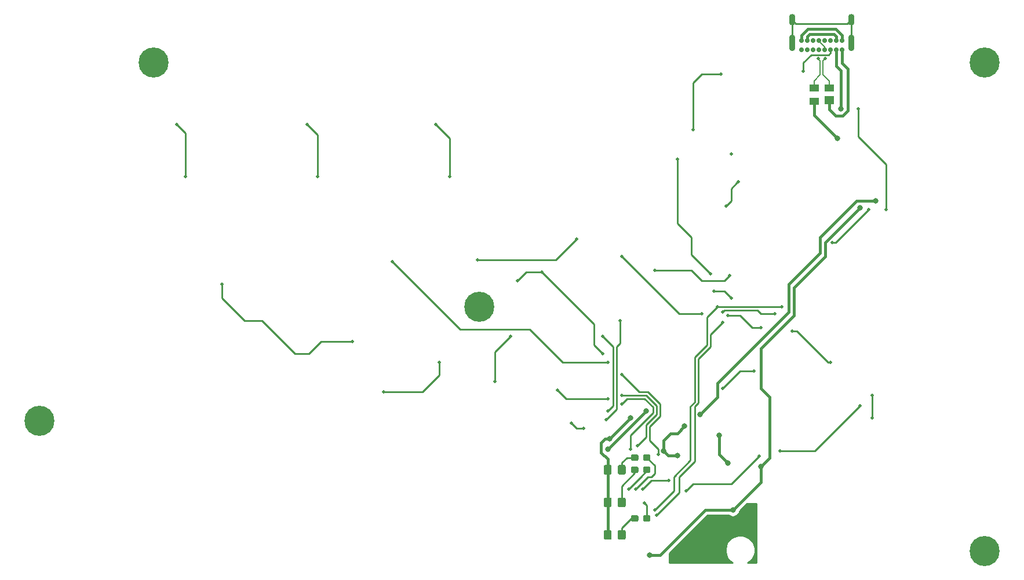
<source format=gtl>
G04 #@! TF.GenerationSoftware,KiCad,Pcbnew,5.1.5*
G04 #@! TF.CreationDate,2019-12-31T20:45:16+09:00*
G04 #@! TF.ProjectId,half_qwerty,68616c66-5f71-4776-9572-74792e6b6963,rev?*
G04 #@! TF.SameCoordinates,Original*
G04 #@! TF.FileFunction,Copper,L1,Top*
G04 #@! TF.FilePolarity,Positive*
%FSLAX46Y46*%
G04 Gerber Fmt 4.6, Leading zero omitted, Abs format (unit mm)*
G04 Created by KiCad (PCBNEW 5.1.5) date 2019-12-31 20:45:16*
%MOMM*%
%LPD*%
G04 APERTURE LIST*
%ADD10C,0.100000*%
%ADD11C,0.700000*%
%ADD12O,0.900000X2.400000*%
%ADD13O,0.900000X1.700000*%
%ADD14R,1.400000X1.000000*%
%ADD15R,1.400000X1.200000*%
%ADD16C,4.400000*%
%ADD17C,0.500000*%
%ADD18C,0.800000*%
%ADD19C,0.250000*%
%ADD20C,0.400000*%
%ADD21C,0.200000*%
%ADD22C,0.254000*%
G04 APERTURE END LIST*
G04 #@! TA.AperFunction,SMDPad,CuDef*
D10*
G36*
X170631779Y-139988144D02*
G01*
X170654834Y-139991563D01*
X170677443Y-139997227D01*
X170699387Y-140005079D01*
X170720457Y-140015044D01*
X170740448Y-140027026D01*
X170759168Y-140040910D01*
X170776438Y-140056562D01*
X170792090Y-140073832D01*
X170805974Y-140092552D01*
X170817956Y-140112543D01*
X170827921Y-140133613D01*
X170835773Y-140155557D01*
X170841437Y-140178166D01*
X170844856Y-140201221D01*
X170846000Y-140224500D01*
X170846000Y-140699500D01*
X170844856Y-140722779D01*
X170841437Y-140745834D01*
X170835773Y-140768443D01*
X170827921Y-140790387D01*
X170817956Y-140811457D01*
X170805974Y-140831448D01*
X170792090Y-140850168D01*
X170776438Y-140867438D01*
X170759168Y-140883090D01*
X170740448Y-140896974D01*
X170720457Y-140908956D01*
X170699387Y-140918921D01*
X170677443Y-140926773D01*
X170654834Y-140932437D01*
X170631779Y-140935856D01*
X170608500Y-140937000D01*
X170033500Y-140937000D01*
X170010221Y-140935856D01*
X169987166Y-140932437D01*
X169964557Y-140926773D01*
X169942613Y-140918921D01*
X169921543Y-140908956D01*
X169901552Y-140896974D01*
X169882832Y-140883090D01*
X169865562Y-140867438D01*
X169849910Y-140850168D01*
X169836026Y-140831448D01*
X169824044Y-140811457D01*
X169814079Y-140790387D01*
X169806227Y-140768443D01*
X169800563Y-140745834D01*
X169797144Y-140722779D01*
X169796000Y-140699500D01*
X169796000Y-140224500D01*
X169797144Y-140201221D01*
X169800563Y-140178166D01*
X169806227Y-140155557D01*
X169814079Y-140133613D01*
X169824044Y-140112543D01*
X169836026Y-140092552D01*
X169849910Y-140073832D01*
X169865562Y-140056562D01*
X169882832Y-140040910D01*
X169901552Y-140027026D01*
X169921543Y-140015044D01*
X169942613Y-140005079D01*
X169964557Y-139997227D01*
X169987166Y-139991563D01*
X170010221Y-139988144D01*
X170033500Y-139987000D01*
X170608500Y-139987000D01*
X170631779Y-139988144D01*
G37*
G04 #@! TD.AperFunction*
G04 #@! TA.AperFunction,SMDPad,CuDef*
G36*
X172381779Y-139988144D02*
G01*
X172404834Y-139991563D01*
X172427443Y-139997227D01*
X172449387Y-140005079D01*
X172470457Y-140015044D01*
X172490448Y-140027026D01*
X172509168Y-140040910D01*
X172526438Y-140056562D01*
X172542090Y-140073832D01*
X172555974Y-140092552D01*
X172567956Y-140112543D01*
X172577921Y-140133613D01*
X172585773Y-140155557D01*
X172591437Y-140178166D01*
X172594856Y-140201221D01*
X172596000Y-140224500D01*
X172596000Y-140699500D01*
X172594856Y-140722779D01*
X172591437Y-140745834D01*
X172585773Y-140768443D01*
X172577921Y-140790387D01*
X172567956Y-140811457D01*
X172555974Y-140831448D01*
X172542090Y-140850168D01*
X172526438Y-140867438D01*
X172509168Y-140883090D01*
X172490448Y-140896974D01*
X172470457Y-140908956D01*
X172449387Y-140918921D01*
X172427443Y-140926773D01*
X172404834Y-140932437D01*
X172381779Y-140935856D01*
X172358500Y-140937000D01*
X171783500Y-140937000D01*
X171760221Y-140935856D01*
X171737166Y-140932437D01*
X171714557Y-140926773D01*
X171692613Y-140918921D01*
X171671543Y-140908956D01*
X171651552Y-140896974D01*
X171632832Y-140883090D01*
X171615562Y-140867438D01*
X171599910Y-140850168D01*
X171586026Y-140831448D01*
X171574044Y-140811457D01*
X171564079Y-140790387D01*
X171556227Y-140768443D01*
X171550563Y-140745834D01*
X171547144Y-140722779D01*
X171546000Y-140699500D01*
X171546000Y-140224500D01*
X171547144Y-140201221D01*
X171550563Y-140178166D01*
X171556227Y-140155557D01*
X171564079Y-140133613D01*
X171574044Y-140112543D01*
X171586026Y-140092552D01*
X171599910Y-140073832D01*
X171615562Y-140056562D01*
X171632832Y-140040910D01*
X171651552Y-140027026D01*
X171671543Y-140015044D01*
X171692613Y-140005079D01*
X171714557Y-139997227D01*
X171737166Y-139991563D01*
X171760221Y-139988144D01*
X171783500Y-139987000D01*
X172358500Y-139987000D01*
X172381779Y-139988144D01*
G37*
G04 #@! TD.AperFunction*
G04 #@! TA.AperFunction,SMDPad,CuDef*
G36*
X170631779Y-132876144D02*
G01*
X170654834Y-132879563D01*
X170677443Y-132885227D01*
X170699387Y-132893079D01*
X170720457Y-132903044D01*
X170740448Y-132915026D01*
X170759168Y-132928910D01*
X170776438Y-132944562D01*
X170792090Y-132961832D01*
X170805974Y-132980552D01*
X170817956Y-133000543D01*
X170827921Y-133021613D01*
X170835773Y-133043557D01*
X170841437Y-133066166D01*
X170844856Y-133089221D01*
X170846000Y-133112500D01*
X170846000Y-133587500D01*
X170844856Y-133610779D01*
X170841437Y-133633834D01*
X170835773Y-133656443D01*
X170827921Y-133678387D01*
X170817956Y-133699457D01*
X170805974Y-133719448D01*
X170792090Y-133738168D01*
X170776438Y-133755438D01*
X170759168Y-133771090D01*
X170740448Y-133784974D01*
X170720457Y-133796956D01*
X170699387Y-133806921D01*
X170677443Y-133814773D01*
X170654834Y-133820437D01*
X170631779Y-133823856D01*
X170608500Y-133825000D01*
X170033500Y-133825000D01*
X170010221Y-133823856D01*
X169987166Y-133820437D01*
X169964557Y-133814773D01*
X169942613Y-133806921D01*
X169921543Y-133796956D01*
X169901552Y-133784974D01*
X169882832Y-133771090D01*
X169865562Y-133755438D01*
X169849910Y-133738168D01*
X169836026Y-133719448D01*
X169824044Y-133699457D01*
X169814079Y-133678387D01*
X169806227Y-133656443D01*
X169800563Y-133633834D01*
X169797144Y-133610779D01*
X169796000Y-133587500D01*
X169796000Y-133112500D01*
X169797144Y-133089221D01*
X169800563Y-133066166D01*
X169806227Y-133043557D01*
X169814079Y-133021613D01*
X169824044Y-133000543D01*
X169836026Y-132980552D01*
X169849910Y-132961832D01*
X169865562Y-132944562D01*
X169882832Y-132928910D01*
X169901552Y-132915026D01*
X169921543Y-132903044D01*
X169942613Y-132893079D01*
X169964557Y-132885227D01*
X169987166Y-132879563D01*
X170010221Y-132876144D01*
X170033500Y-132875000D01*
X170608500Y-132875000D01*
X170631779Y-132876144D01*
G37*
G04 #@! TD.AperFunction*
G04 #@! TA.AperFunction,SMDPad,CuDef*
G36*
X172381779Y-132876144D02*
G01*
X172404834Y-132879563D01*
X172427443Y-132885227D01*
X172449387Y-132893079D01*
X172470457Y-132903044D01*
X172490448Y-132915026D01*
X172509168Y-132928910D01*
X172526438Y-132944562D01*
X172542090Y-132961832D01*
X172555974Y-132980552D01*
X172567956Y-133000543D01*
X172577921Y-133021613D01*
X172585773Y-133043557D01*
X172591437Y-133066166D01*
X172594856Y-133089221D01*
X172596000Y-133112500D01*
X172596000Y-133587500D01*
X172594856Y-133610779D01*
X172591437Y-133633834D01*
X172585773Y-133656443D01*
X172577921Y-133678387D01*
X172567956Y-133699457D01*
X172555974Y-133719448D01*
X172542090Y-133738168D01*
X172526438Y-133755438D01*
X172509168Y-133771090D01*
X172490448Y-133784974D01*
X172470457Y-133796956D01*
X172449387Y-133806921D01*
X172427443Y-133814773D01*
X172404834Y-133820437D01*
X172381779Y-133823856D01*
X172358500Y-133825000D01*
X171783500Y-133825000D01*
X171760221Y-133823856D01*
X171737166Y-133820437D01*
X171714557Y-133814773D01*
X171692613Y-133806921D01*
X171671543Y-133796956D01*
X171651552Y-133784974D01*
X171632832Y-133771090D01*
X171615562Y-133755438D01*
X171599910Y-133738168D01*
X171586026Y-133719448D01*
X171574044Y-133699457D01*
X171564079Y-133678387D01*
X171556227Y-133656443D01*
X171550563Y-133633834D01*
X171547144Y-133610779D01*
X171546000Y-133587500D01*
X171546000Y-133112500D01*
X171547144Y-133089221D01*
X171550563Y-133066166D01*
X171556227Y-133043557D01*
X171564079Y-133021613D01*
X171574044Y-133000543D01*
X171586026Y-132980552D01*
X171599910Y-132961832D01*
X171615562Y-132944562D01*
X171632832Y-132928910D01*
X171651552Y-132915026D01*
X171671543Y-132903044D01*
X171692613Y-132893079D01*
X171714557Y-132885227D01*
X171737166Y-132879563D01*
X171760221Y-132876144D01*
X171783500Y-132875000D01*
X172358500Y-132875000D01*
X172381779Y-132876144D01*
G37*
G04 #@! TD.AperFunction*
G04 #@! TA.AperFunction,SMDPad,CuDef*
G36*
X170631779Y-131098144D02*
G01*
X170654834Y-131101563D01*
X170677443Y-131107227D01*
X170699387Y-131115079D01*
X170720457Y-131125044D01*
X170740448Y-131137026D01*
X170759168Y-131150910D01*
X170776438Y-131166562D01*
X170792090Y-131183832D01*
X170805974Y-131202552D01*
X170817956Y-131222543D01*
X170827921Y-131243613D01*
X170835773Y-131265557D01*
X170841437Y-131288166D01*
X170844856Y-131311221D01*
X170846000Y-131334500D01*
X170846000Y-131809500D01*
X170844856Y-131832779D01*
X170841437Y-131855834D01*
X170835773Y-131878443D01*
X170827921Y-131900387D01*
X170817956Y-131921457D01*
X170805974Y-131941448D01*
X170792090Y-131960168D01*
X170776438Y-131977438D01*
X170759168Y-131993090D01*
X170740448Y-132006974D01*
X170720457Y-132018956D01*
X170699387Y-132028921D01*
X170677443Y-132036773D01*
X170654834Y-132042437D01*
X170631779Y-132045856D01*
X170608500Y-132047000D01*
X170033500Y-132047000D01*
X170010221Y-132045856D01*
X169987166Y-132042437D01*
X169964557Y-132036773D01*
X169942613Y-132028921D01*
X169921543Y-132018956D01*
X169901552Y-132006974D01*
X169882832Y-131993090D01*
X169865562Y-131977438D01*
X169849910Y-131960168D01*
X169836026Y-131941448D01*
X169824044Y-131921457D01*
X169814079Y-131900387D01*
X169806227Y-131878443D01*
X169800563Y-131855834D01*
X169797144Y-131832779D01*
X169796000Y-131809500D01*
X169796000Y-131334500D01*
X169797144Y-131311221D01*
X169800563Y-131288166D01*
X169806227Y-131265557D01*
X169814079Y-131243613D01*
X169824044Y-131222543D01*
X169836026Y-131202552D01*
X169849910Y-131183832D01*
X169865562Y-131166562D01*
X169882832Y-131150910D01*
X169901552Y-131137026D01*
X169921543Y-131125044D01*
X169942613Y-131115079D01*
X169964557Y-131107227D01*
X169987166Y-131101563D01*
X170010221Y-131098144D01*
X170033500Y-131097000D01*
X170608500Y-131097000D01*
X170631779Y-131098144D01*
G37*
G04 #@! TD.AperFunction*
G04 #@! TA.AperFunction,SMDPad,CuDef*
G36*
X172381779Y-131098144D02*
G01*
X172404834Y-131101563D01*
X172427443Y-131107227D01*
X172449387Y-131115079D01*
X172470457Y-131125044D01*
X172490448Y-131137026D01*
X172509168Y-131150910D01*
X172526438Y-131166562D01*
X172542090Y-131183832D01*
X172555974Y-131202552D01*
X172567956Y-131222543D01*
X172577921Y-131243613D01*
X172585773Y-131265557D01*
X172591437Y-131288166D01*
X172594856Y-131311221D01*
X172596000Y-131334500D01*
X172596000Y-131809500D01*
X172594856Y-131832779D01*
X172591437Y-131855834D01*
X172585773Y-131878443D01*
X172577921Y-131900387D01*
X172567956Y-131921457D01*
X172555974Y-131941448D01*
X172542090Y-131960168D01*
X172526438Y-131977438D01*
X172509168Y-131993090D01*
X172490448Y-132006974D01*
X172470457Y-132018956D01*
X172449387Y-132028921D01*
X172427443Y-132036773D01*
X172404834Y-132042437D01*
X172381779Y-132045856D01*
X172358500Y-132047000D01*
X171783500Y-132047000D01*
X171760221Y-132045856D01*
X171737166Y-132042437D01*
X171714557Y-132036773D01*
X171692613Y-132028921D01*
X171671543Y-132018956D01*
X171651552Y-132006974D01*
X171632832Y-131993090D01*
X171615562Y-131977438D01*
X171599910Y-131960168D01*
X171586026Y-131941448D01*
X171574044Y-131921457D01*
X171564079Y-131900387D01*
X171556227Y-131878443D01*
X171550563Y-131855834D01*
X171547144Y-131832779D01*
X171546000Y-131809500D01*
X171546000Y-131334500D01*
X171547144Y-131311221D01*
X171550563Y-131288166D01*
X171556227Y-131265557D01*
X171564079Y-131243613D01*
X171574044Y-131222543D01*
X171586026Y-131202552D01*
X171599910Y-131183832D01*
X171615562Y-131166562D01*
X171632832Y-131150910D01*
X171651552Y-131137026D01*
X171671543Y-131125044D01*
X171692613Y-131115079D01*
X171714557Y-131107227D01*
X171737166Y-131101563D01*
X171760221Y-131098144D01*
X171783500Y-131097000D01*
X172358500Y-131097000D01*
X172381779Y-131098144D01*
G37*
G04 #@! TD.AperFunction*
G04 #@! TA.AperFunction,SMDPad,CuDef*
G36*
X168760505Y-142176204D02*
G01*
X168784773Y-142179804D01*
X168808572Y-142185765D01*
X168831671Y-142194030D01*
X168853850Y-142204520D01*
X168874893Y-142217132D01*
X168894599Y-142231747D01*
X168912777Y-142248223D01*
X168929253Y-142266401D01*
X168943868Y-142286107D01*
X168956480Y-142307150D01*
X168966970Y-142329329D01*
X168975235Y-142352428D01*
X168981196Y-142376227D01*
X168984796Y-142400495D01*
X168986000Y-142424999D01*
X168986000Y-143325001D01*
X168984796Y-143349505D01*
X168981196Y-143373773D01*
X168975235Y-143397572D01*
X168966970Y-143420671D01*
X168956480Y-143442850D01*
X168943868Y-143463893D01*
X168929253Y-143483599D01*
X168912777Y-143501777D01*
X168894599Y-143518253D01*
X168874893Y-143532868D01*
X168853850Y-143545480D01*
X168831671Y-143555970D01*
X168808572Y-143564235D01*
X168784773Y-143570196D01*
X168760505Y-143573796D01*
X168736001Y-143575000D01*
X168085999Y-143575000D01*
X168061495Y-143573796D01*
X168037227Y-143570196D01*
X168013428Y-143564235D01*
X167990329Y-143555970D01*
X167968150Y-143545480D01*
X167947107Y-143532868D01*
X167927401Y-143518253D01*
X167909223Y-143501777D01*
X167892747Y-143483599D01*
X167878132Y-143463893D01*
X167865520Y-143442850D01*
X167855030Y-143420671D01*
X167846765Y-143397572D01*
X167840804Y-143373773D01*
X167837204Y-143349505D01*
X167836000Y-143325001D01*
X167836000Y-142424999D01*
X167837204Y-142400495D01*
X167840804Y-142376227D01*
X167846765Y-142352428D01*
X167855030Y-142329329D01*
X167865520Y-142307150D01*
X167878132Y-142286107D01*
X167892747Y-142266401D01*
X167909223Y-142248223D01*
X167927401Y-142231747D01*
X167947107Y-142217132D01*
X167968150Y-142204520D01*
X167990329Y-142194030D01*
X168013428Y-142185765D01*
X168037227Y-142179804D01*
X168061495Y-142176204D01*
X168085999Y-142175000D01*
X168736001Y-142175000D01*
X168760505Y-142176204D01*
G37*
G04 #@! TD.AperFunction*
G04 #@! TA.AperFunction,SMDPad,CuDef*
G36*
X166710505Y-142176204D02*
G01*
X166734773Y-142179804D01*
X166758572Y-142185765D01*
X166781671Y-142194030D01*
X166803850Y-142204520D01*
X166824893Y-142217132D01*
X166844599Y-142231747D01*
X166862777Y-142248223D01*
X166879253Y-142266401D01*
X166893868Y-142286107D01*
X166906480Y-142307150D01*
X166916970Y-142329329D01*
X166925235Y-142352428D01*
X166931196Y-142376227D01*
X166934796Y-142400495D01*
X166936000Y-142424999D01*
X166936000Y-143325001D01*
X166934796Y-143349505D01*
X166931196Y-143373773D01*
X166925235Y-143397572D01*
X166916970Y-143420671D01*
X166906480Y-143442850D01*
X166893868Y-143463893D01*
X166879253Y-143483599D01*
X166862777Y-143501777D01*
X166844599Y-143518253D01*
X166824893Y-143532868D01*
X166803850Y-143545480D01*
X166781671Y-143555970D01*
X166758572Y-143564235D01*
X166734773Y-143570196D01*
X166710505Y-143573796D01*
X166686001Y-143575000D01*
X166035999Y-143575000D01*
X166011495Y-143573796D01*
X165987227Y-143570196D01*
X165963428Y-143564235D01*
X165940329Y-143555970D01*
X165918150Y-143545480D01*
X165897107Y-143532868D01*
X165877401Y-143518253D01*
X165859223Y-143501777D01*
X165842747Y-143483599D01*
X165828132Y-143463893D01*
X165815520Y-143442850D01*
X165805030Y-143420671D01*
X165796765Y-143397572D01*
X165790804Y-143373773D01*
X165787204Y-143349505D01*
X165786000Y-143325001D01*
X165786000Y-142424999D01*
X165787204Y-142400495D01*
X165790804Y-142376227D01*
X165796765Y-142352428D01*
X165805030Y-142329329D01*
X165815520Y-142307150D01*
X165828132Y-142286107D01*
X165842747Y-142266401D01*
X165859223Y-142248223D01*
X165877401Y-142231747D01*
X165897107Y-142217132D01*
X165918150Y-142204520D01*
X165940329Y-142194030D01*
X165963428Y-142185765D01*
X165987227Y-142179804D01*
X166011495Y-142176204D01*
X166035999Y-142175000D01*
X166686001Y-142175000D01*
X166710505Y-142176204D01*
G37*
G04 #@! TD.AperFunction*
G04 #@! TA.AperFunction,SMDPad,CuDef*
G36*
X168760505Y-137413704D02*
G01*
X168784773Y-137417304D01*
X168808572Y-137423265D01*
X168831671Y-137431530D01*
X168853850Y-137442020D01*
X168874893Y-137454632D01*
X168894599Y-137469247D01*
X168912777Y-137485723D01*
X168929253Y-137503901D01*
X168943868Y-137523607D01*
X168956480Y-137544650D01*
X168966970Y-137566829D01*
X168975235Y-137589928D01*
X168981196Y-137613727D01*
X168984796Y-137637995D01*
X168986000Y-137662499D01*
X168986000Y-138562501D01*
X168984796Y-138587005D01*
X168981196Y-138611273D01*
X168975235Y-138635072D01*
X168966970Y-138658171D01*
X168956480Y-138680350D01*
X168943868Y-138701393D01*
X168929253Y-138721099D01*
X168912777Y-138739277D01*
X168894599Y-138755753D01*
X168874893Y-138770368D01*
X168853850Y-138782980D01*
X168831671Y-138793470D01*
X168808572Y-138801735D01*
X168784773Y-138807696D01*
X168760505Y-138811296D01*
X168736001Y-138812500D01*
X168085999Y-138812500D01*
X168061495Y-138811296D01*
X168037227Y-138807696D01*
X168013428Y-138801735D01*
X167990329Y-138793470D01*
X167968150Y-138782980D01*
X167947107Y-138770368D01*
X167927401Y-138755753D01*
X167909223Y-138739277D01*
X167892747Y-138721099D01*
X167878132Y-138701393D01*
X167865520Y-138680350D01*
X167855030Y-138658171D01*
X167846765Y-138635072D01*
X167840804Y-138611273D01*
X167837204Y-138587005D01*
X167836000Y-138562501D01*
X167836000Y-137662499D01*
X167837204Y-137637995D01*
X167840804Y-137613727D01*
X167846765Y-137589928D01*
X167855030Y-137566829D01*
X167865520Y-137544650D01*
X167878132Y-137523607D01*
X167892747Y-137503901D01*
X167909223Y-137485723D01*
X167927401Y-137469247D01*
X167947107Y-137454632D01*
X167968150Y-137442020D01*
X167990329Y-137431530D01*
X168013428Y-137423265D01*
X168037227Y-137417304D01*
X168061495Y-137413704D01*
X168085999Y-137412500D01*
X168736001Y-137412500D01*
X168760505Y-137413704D01*
G37*
G04 #@! TD.AperFunction*
G04 #@! TA.AperFunction,SMDPad,CuDef*
G36*
X166710505Y-137413704D02*
G01*
X166734773Y-137417304D01*
X166758572Y-137423265D01*
X166781671Y-137431530D01*
X166803850Y-137442020D01*
X166824893Y-137454632D01*
X166844599Y-137469247D01*
X166862777Y-137485723D01*
X166879253Y-137503901D01*
X166893868Y-137523607D01*
X166906480Y-137544650D01*
X166916970Y-137566829D01*
X166925235Y-137589928D01*
X166931196Y-137613727D01*
X166934796Y-137637995D01*
X166936000Y-137662499D01*
X166936000Y-138562501D01*
X166934796Y-138587005D01*
X166931196Y-138611273D01*
X166925235Y-138635072D01*
X166916970Y-138658171D01*
X166906480Y-138680350D01*
X166893868Y-138701393D01*
X166879253Y-138721099D01*
X166862777Y-138739277D01*
X166844599Y-138755753D01*
X166824893Y-138770368D01*
X166803850Y-138782980D01*
X166781671Y-138793470D01*
X166758572Y-138801735D01*
X166734773Y-138807696D01*
X166710505Y-138811296D01*
X166686001Y-138812500D01*
X166035999Y-138812500D01*
X166011495Y-138811296D01*
X165987227Y-138807696D01*
X165963428Y-138801735D01*
X165940329Y-138793470D01*
X165918150Y-138782980D01*
X165897107Y-138770368D01*
X165877401Y-138755753D01*
X165859223Y-138739277D01*
X165842747Y-138721099D01*
X165828132Y-138701393D01*
X165815520Y-138680350D01*
X165805030Y-138658171D01*
X165796765Y-138635072D01*
X165790804Y-138611273D01*
X165787204Y-138587005D01*
X165786000Y-138562501D01*
X165786000Y-137662499D01*
X165787204Y-137637995D01*
X165790804Y-137613727D01*
X165796765Y-137589928D01*
X165805030Y-137566829D01*
X165815520Y-137544650D01*
X165828132Y-137523607D01*
X165842747Y-137503901D01*
X165859223Y-137485723D01*
X165877401Y-137469247D01*
X165897107Y-137454632D01*
X165918150Y-137442020D01*
X165940329Y-137431530D01*
X165963428Y-137423265D01*
X165987227Y-137417304D01*
X166011495Y-137413704D01*
X166035999Y-137412500D01*
X166686001Y-137412500D01*
X166710505Y-137413704D01*
G37*
G04 #@! TD.AperFunction*
G04 #@! TA.AperFunction,SMDPad,CuDef*
G36*
X168760505Y-132651204D02*
G01*
X168784773Y-132654804D01*
X168808572Y-132660765D01*
X168831671Y-132669030D01*
X168853850Y-132679520D01*
X168874893Y-132692132D01*
X168894599Y-132706747D01*
X168912777Y-132723223D01*
X168929253Y-132741401D01*
X168943868Y-132761107D01*
X168956480Y-132782150D01*
X168966970Y-132804329D01*
X168975235Y-132827428D01*
X168981196Y-132851227D01*
X168984796Y-132875495D01*
X168986000Y-132899999D01*
X168986000Y-133800001D01*
X168984796Y-133824505D01*
X168981196Y-133848773D01*
X168975235Y-133872572D01*
X168966970Y-133895671D01*
X168956480Y-133917850D01*
X168943868Y-133938893D01*
X168929253Y-133958599D01*
X168912777Y-133976777D01*
X168894599Y-133993253D01*
X168874893Y-134007868D01*
X168853850Y-134020480D01*
X168831671Y-134030970D01*
X168808572Y-134039235D01*
X168784773Y-134045196D01*
X168760505Y-134048796D01*
X168736001Y-134050000D01*
X168085999Y-134050000D01*
X168061495Y-134048796D01*
X168037227Y-134045196D01*
X168013428Y-134039235D01*
X167990329Y-134030970D01*
X167968150Y-134020480D01*
X167947107Y-134007868D01*
X167927401Y-133993253D01*
X167909223Y-133976777D01*
X167892747Y-133958599D01*
X167878132Y-133938893D01*
X167865520Y-133917850D01*
X167855030Y-133895671D01*
X167846765Y-133872572D01*
X167840804Y-133848773D01*
X167837204Y-133824505D01*
X167836000Y-133800001D01*
X167836000Y-132899999D01*
X167837204Y-132875495D01*
X167840804Y-132851227D01*
X167846765Y-132827428D01*
X167855030Y-132804329D01*
X167865520Y-132782150D01*
X167878132Y-132761107D01*
X167892747Y-132741401D01*
X167909223Y-132723223D01*
X167927401Y-132706747D01*
X167947107Y-132692132D01*
X167968150Y-132679520D01*
X167990329Y-132669030D01*
X168013428Y-132660765D01*
X168037227Y-132654804D01*
X168061495Y-132651204D01*
X168085999Y-132650000D01*
X168736001Y-132650000D01*
X168760505Y-132651204D01*
G37*
G04 #@! TD.AperFunction*
G04 #@! TA.AperFunction,SMDPad,CuDef*
G36*
X166710505Y-132651204D02*
G01*
X166734773Y-132654804D01*
X166758572Y-132660765D01*
X166781671Y-132669030D01*
X166803850Y-132679520D01*
X166824893Y-132692132D01*
X166844599Y-132706747D01*
X166862777Y-132723223D01*
X166879253Y-132741401D01*
X166893868Y-132761107D01*
X166906480Y-132782150D01*
X166916970Y-132804329D01*
X166925235Y-132827428D01*
X166931196Y-132851227D01*
X166934796Y-132875495D01*
X166936000Y-132899999D01*
X166936000Y-133800001D01*
X166934796Y-133824505D01*
X166931196Y-133848773D01*
X166925235Y-133872572D01*
X166916970Y-133895671D01*
X166906480Y-133917850D01*
X166893868Y-133938893D01*
X166879253Y-133958599D01*
X166862777Y-133976777D01*
X166844599Y-133993253D01*
X166824893Y-134007868D01*
X166803850Y-134020480D01*
X166781671Y-134030970D01*
X166758572Y-134039235D01*
X166734773Y-134045196D01*
X166710505Y-134048796D01*
X166686001Y-134050000D01*
X166035999Y-134050000D01*
X166011495Y-134048796D01*
X165987227Y-134045196D01*
X165963428Y-134039235D01*
X165940329Y-134030970D01*
X165918150Y-134020480D01*
X165897107Y-134007868D01*
X165877401Y-133993253D01*
X165859223Y-133976777D01*
X165842747Y-133958599D01*
X165828132Y-133938893D01*
X165815520Y-133917850D01*
X165805030Y-133895671D01*
X165796765Y-133872572D01*
X165790804Y-133848773D01*
X165787204Y-133824505D01*
X165786000Y-133800001D01*
X165786000Y-132899999D01*
X165787204Y-132875495D01*
X165790804Y-132851227D01*
X165796765Y-132827428D01*
X165805030Y-132804329D01*
X165815520Y-132782150D01*
X165828132Y-132761107D01*
X165842747Y-132741401D01*
X165859223Y-132723223D01*
X165877401Y-132706747D01*
X165897107Y-132692132D01*
X165918150Y-132679520D01*
X165940329Y-132669030D01*
X165963428Y-132660765D01*
X165987227Y-132654804D01*
X166011495Y-132651204D01*
X166035999Y-132650000D01*
X166686001Y-132650000D01*
X166710505Y-132651204D01*
G37*
G04 #@! TD.AperFunction*
D11*
X200586340Y-71882000D03*
X199736340Y-71882000D03*
X198886340Y-71882000D03*
X198036340Y-71882000D03*
X197186340Y-71882000D03*
X196336340Y-71882000D03*
X195486340Y-71882000D03*
X194636340Y-71882000D03*
X199736340Y-70532000D03*
X198036340Y-70532000D03*
X198886340Y-70532000D03*
X200586340Y-70532000D03*
X196336340Y-70532000D03*
X195486340Y-70532000D03*
X194636340Y-70532000D03*
X197186340Y-70532000D03*
D12*
X201936340Y-70902000D03*
X193286340Y-70902000D03*
D13*
X201936340Y-67522000D03*
X193286340Y-67522000D03*
D14*
X196512000Y-79436000D03*
X196512000Y-77536000D03*
X198712000Y-77536000D03*
D15*
X198712000Y-79256000D03*
D16*
X147637500Y-109537500D03*
X221456250Y-145256250D03*
X83343750Y-126206250D03*
X221456250Y-73818750D03*
X100012500Y-73818750D03*
D17*
X178816000Y-83566000D03*
X182880000Y-75438000D03*
X152146000Y-113792000D03*
X149860000Y-120396000D03*
X184404000Y-87122000D03*
X153162000Y-105664000D03*
X156718000Y-104394000D03*
X165608000Y-116332000D03*
X168402000Y-119380000D03*
X173736000Y-131064000D03*
X104648000Y-90424000D03*
X103378000Y-82804000D03*
X109982000Y-106172000D03*
X129032000Y-114554000D03*
X133604000Y-121920000D03*
X141732000Y-117602000D03*
X159004000Y-121666000D03*
X166370000Y-122936000D03*
X168402000Y-122428000D03*
X170688000Y-129794000D03*
X168402000Y-123698000D03*
X169672000Y-130302000D03*
X123952000Y-90424000D03*
X122428000Y-82804000D03*
X187706000Y-118872000D03*
X183134000Y-121412000D03*
X134874000Y-102870000D03*
X166370000Y-117602000D03*
X165608000Y-113792000D03*
X166370000Y-124714000D03*
X204470000Y-95250000D03*
X199136000Y-100076000D03*
X184150000Y-104902000D03*
X173228000Y-104140000D03*
X198882000Y-117602000D03*
X193294000Y-113030000D03*
X190754000Y-110490000D03*
X162814000Y-127254000D03*
X168148000Y-111506000D03*
X166116000Y-125984000D03*
X183134000Y-110236000D03*
X161036000Y-126492000D03*
X169418000Y-136144000D03*
X170434000Y-136144000D03*
X203200000Y-123952000D03*
X191516000Y-130556000D03*
X188468000Y-131318000D03*
X177800000Y-136398000D03*
X171450000Y-136144000D03*
X175260000Y-134873990D03*
X171704000Y-138176000D03*
X183642000Y-94742000D03*
X202946000Y-80518000D03*
X207010000Y-95250000D03*
X191770000Y-109474000D03*
X173228000Y-139192000D03*
X182372000Y-109474000D03*
X185420000Y-91185988D03*
X176530000Y-87884000D03*
X181356000Y-104648000D03*
X181864000Y-107188000D03*
X184404000Y-108204000D03*
X183134000Y-111760000D03*
X173482000Y-139954000D03*
X143256000Y-90424000D03*
X141224000Y-82804000D03*
X161798000Y-99568000D03*
X147320000Y-102616000D03*
X204978000Y-125730000D03*
X168402000Y-102108000D03*
X180086000Y-110490000D03*
X188722000Y-112522000D03*
X183896000Y-110744000D03*
X204978000Y-122428000D03*
D18*
X181064000Y-141013000D03*
X182626000Y-145288000D03*
X187198000Y-142875000D03*
X184404000Y-142748000D03*
X176587686Y-131260314D03*
X174498000Y-130556000D03*
X177603686Y-126942314D03*
X179324000Y-143256000D03*
X169672000Y-125730000D03*
X166624000Y-128778000D03*
X182626000Y-128270000D03*
X183896000Y-132334000D03*
X177292000Y-144526000D03*
X176022000Y-146558000D03*
X180086000Y-146558000D03*
X199898000Y-84836000D03*
X203200000Y-94996000D03*
X184658000Y-139192000D03*
X172466000Y-145796000D03*
X171958000Y-124714000D03*
X166370000Y-130302000D03*
X188722000Y-132842000D03*
X205486000Y-93980000D03*
X179832000Y-125222000D03*
D17*
X197104000Y-73219000D03*
X198120000Y-73219000D03*
D18*
X200406000Y-80517994D03*
D17*
X194945000Y-75057000D03*
D19*
X182880000Y-75438000D02*
X182880000Y-75438000D01*
X180086000Y-75438000D02*
X178816000Y-76708000D01*
X178816000Y-76708000D02*
X178816000Y-82550000D01*
X178816000Y-82550000D02*
X178816000Y-83566000D01*
X178816000Y-83566000D02*
X178816000Y-83566000D01*
X182880000Y-75438000D02*
X180086000Y-75438000D01*
X149860000Y-120396000D02*
X149860000Y-120396000D01*
X149860000Y-116078000D02*
X152146000Y-113792000D01*
X152146000Y-113792000D02*
X152146000Y-113792000D01*
X149860000Y-120396000D02*
X149860000Y-116078000D01*
X153162000Y-105664000D02*
X154432000Y-104394000D01*
X154432000Y-104394000D02*
X156718000Y-104394000D01*
X156718000Y-104394000D02*
X164338000Y-112014000D01*
X164338000Y-112014000D02*
X164338000Y-115062000D01*
X164338000Y-115062000D02*
X165608000Y-116332000D01*
X173736000Y-130302000D02*
X173736000Y-131064000D01*
X172466000Y-129032000D02*
X173736000Y-130302000D01*
X172466000Y-127000000D02*
X172466000Y-129032000D01*
X172212000Y-121920000D02*
X173990000Y-123698000D01*
X170942000Y-121920000D02*
X172212000Y-121920000D01*
X173990000Y-123698000D02*
X173990000Y-125476000D01*
X168402000Y-119380000D02*
X170942000Y-121920000D01*
X173990000Y-125476000D02*
X172466000Y-127000000D01*
X104648000Y-90424000D02*
X104648000Y-90424000D01*
X104648000Y-84074000D02*
X103378000Y-82804000D01*
X104648000Y-90424000D02*
X104648000Y-84074000D01*
X103378000Y-82804000D02*
X103378000Y-82804000D01*
X139320487Y-121920000D02*
X141732000Y-119508487D01*
X141732000Y-117955553D02*
X141732000Y-117602000D01*
X141732000Y-119508487D02*
X141732000Y-117955553D01*
X133604000Y-121920000D02*
X139320487Y-121920000D01*
X160274000Y-122936000D02*
X166370000Y-122936000D01*
X159004000Y-121666000D02*
X160274000Y-122936000D01*
X124460000Y-114554000D02*
X129032000Y-114554000D01*
X113284000Y-111506000D02*
X115824000Y-111506000D01*
X115824000Y-111506000D02*
X120650000Y-116332000D01*
X122682000Y-116332000D02*
X124460000Y-114554000D01*
X109982000Y-108204000D02*
X113284000Y-111506000D01*
X109982000Y-106172000D02*
X109982000Y-108204000D01*
X120650000Y-116332000D02*
X122682000Y-116332000D01*
X171958000Y-128524000D02*
X170688000Y-129794000D01*
X168402000Y-122428000D02*
X171958000Y-122428000D01*
X171958000Y-122428000D02*
X173482000Y-123952000D01*
X173482000Y-125222000D02*
X171958000Y-126746000D01*
X173482000Y-123952000D02*
X173482000Y-125222000D01*
X171958000Y-126746000D02*
X171958000Y-128524000D01*
X169164000Y-122936000D02*
X171732501Y-122936000D01*
X171732501Y-122936000D02*
X172974000Y-124177499D01*
X172974000Y-124177499D02*
X172974000Y-124968000D01*
X169672000Y-128270000D02*
X169672000Y-130302000D01*
X168402000Y-123698000D02*
X169164000Y-122936000D01*
X172974000Y-124968000D02*
X169672000Y-128270000D01*
X123952000Y-90424000D02*
X123952000Y-84328000D01*
X123952000Y-84328000D02*
X122428000Y-82804000D01*
X166016447Y-117602000D02*
X166370000Y-117602000D01*
X159766000Y-117602000D02*
X166016447Y-117602000D01*
X154940000Y-112776000D02*
X159766000Y-117602000D01*
X134874000Y-102870000D02*
X144780000Y-112776000D01*
X144780000Y-112776000D02*
X154940000Y-112776000D01*
X185674000Y-118872000D02*
X183134000Y-121412000D01*
X187706000Y-118872000D02*
X185674000Y-118872000D01*
X204470000Y-95250000D02*
X199644000Y-100076000D01*
X199644000Y-100076000D02*
X199136000Y-100076000D01*
X178562000Y-104140000D02*
X173228000Y-104140000D01*
X180086000Y-105664000D02*
X178562000Y-104140000D01*
X184150000Y-104902000D02*
X183388000Y-105664000D01*
X183388000Y-105664000D02*
X180086000Y-105664000D01*
X167132000Y-123952000D02*
X166370000Y-124714000D01*
X165608000Y-113792000D02*
X167132000Y-115316000D01*
X167132000Y-115316000D02*
X167132000Y-123952000D01*
X193956447Y-113030000D02*
X193294000Y-113030000D01*
X198882000Y-117602000D02*
X198528447Y-117602000D01*
X198528447Y-117602000D02*
X193956447Y-113030000D01*
X183388000Y-109982000D02*
X183134000Y-110236000D01*
X188214000Y-109982000D02*
X183388000Y-109982000D01*
X190754000Y-110490000D02*
X188722000Y-110490000D01*
X188722000Y-110490000D02*
X188214000Y-109982000D01*
X167640000Y-124460000D02*
X166116000Y-125984000D01*
X167640000Y-115316000D02*
X167640000Y-124460000D01*
X168148000Y-111506000D02*
X168148000Y-114808000D01*
X168148000Y-114808000D02*
X167640000Y-115316000D01*
X161798000Y-127254000D02*
X161036000Y-126492000D01*
X162814000Y-127254000D02*
X161798000Y-127254000D01*
X171196000Y-134366000D02*
X169418000Y-136144000D01*
X172071000Y-133350000D02*
X172071000Y-133491000D01*
X172071000Y-133491000D02*
X171196000Y-134366000D01*
X172720000Y-134366000D02*
X172212000Y-134366000D01*
X172071000Y-131572000D02*
X173228000Y-132729000D01*
X172212000Y-134366000D02*
X170434000Y-136144000D01*
X173228000Y-133858000D02*
X172720000Y-134366000D01*
X173228000Y-132729000D02*
X173228000Y-133858000D01*
X203200000Y-123952000D02*
X200152000Y-127000000D01*
X200152000Y-127000000D02*
X196596000Y-130556000D01*
X196596000Y-130556000D02*
X191516000Y-130556000D01*
X175259990Y-134874000D02*
X175260000Y-134873990D01*
X171450000Y-136144000D02*
X172720000Y-134874000D01*
X172720000Y-134874000D02*
X175259990Y-134874000D01*
X178816000Y-135382000D02*
X177800000Y-136398000D01*
X188468000Y-131318000D02*
X184404000Y-135382000D01*
X184404000Y-135382000D02*
X178816000Y-135382000D01*
X172071000Y-138543000D02*
X172071000Y-140462000D01*
X171704000Y-138176000D02*
X172071000Y-138543000D01*
X191770000Y-109474000D02*
X182372000Y-109474000D01*
X207010000Y-94488000D02*
X207010000Y-95333751D01*
X207010000Y-88646000D02*
X207010000Y-94488000D01*
X202946000Y-80518000D02*
X202946000Y-84582000D01*
X202946000Y-84582000D02*
X207010000Y-88646000D01*
X185170001Y-91435987D02*
X185420000Y-91185988D01*
X184404000Y-92201988D02*
X185170001Y-91435987D01*
X183642000Y-94742000D02*
X184404000Y-93980000D01*
X184404000Y-93980000D02*
X184404000Y-92201988D01*
X176022000Y-136398000D02*
X173228000Y-139192000D01*
X176022000Y-134366000D02*
X176022000Y-136398000D01*
X178435000Y-131953000D02*
X176022000Y-134366000D01*
X180848000Y-110998000D02*
X180848000Y-115062000D01*
X178435000Y-124079000D02*
X178435000Y-131953000D01*
X182372000Y-109474000D02*
X180848000Y-110998000D01*
X179070000Y-116840000D02*
X179070000Y-123444000D01*
X179070000Y-123444000D02*
X178435000Y-124079000D01*
X180848000Y-115062000D02*
X179070000Y-116840000D01*
X181864000Y-107188000D02*
X183388000Y-107188000D01*
X183388000Y-107188000D02*
X184404000Y-108204000D01*
X178562000Y-101854000D02*
X181356000Y-104648000D01*
X176530000Y-87884000D02*
X176530000Y-97282000D01*
X178562000Y-99314000D02*
X178562000Y-101854000D01*
X176530000Y-97282000D02*
X178562000Y-99314000D01*
X179070000Y-132080000D02*
X176784000Y-134366000D01*
X176784000Y-136652000D02*
X173482000Y-139954000D01*
X181356000Y-113538000D02*
X181356000Y-115380205D01*
X181356000Y-115380205D02*
X179578000Y-117158205D01*
X176784000Y-134366000D02*
X176784000Y-136652000D01*
X179070000Y-124080410D02*
X179070000Y-132080000D01*
X183134000Y-111760000D02*
X181356000Y-113538000D01*
X179578000Y-123572410D02*
X179070000Y-124080410D01*
X179578000Y-117158205D02*
X179578000Y-123572410D01*
X143256000Y-84836000D02*
X141224000Y-82804000D01*
X143256000Y-90424000D02*
X143256000Y-84836000D01*
X153100498Y-102616000D02*
X147320000Y-102616000D01*
X161798000Y-99568000D02*
X158750000Y-102616000D01*
X158750000Y-102616000D02*
X153100498Y-102616000D01*
X168402000Y-102108000D02*
X169926000Y-103632000D01*
X169926000Y-103632000D02*
X176784000Y-110490000D01*
X176784000Y-110490000D02*
X180086000Y-110490000D01*
X185674000Y-110744000D02*
X183896000Y-110744000D01*
X188722000Y-112522000D02*
X187452000Y-112522000D01*
X187452000Y-112522000D02*
X185674000Y-110744000D01*
X204978000Y-125730000D02*
X204978000Y-122428000D01*
D20*
X176587686Y-131260314D02*
X175202314Y-131260314D01*
X175202314Y-131260314D02*
X174498000Y-130556000D01*
X177603686Y-126942314D02*
X176530000Y-128016000D01*
X176530000Y-128016000D02*
X175514000Y-128016000D01*
X174498000Y-129032000D02*
X174498000Y-130556000D01*
X175514000Y-128016000D02*
X174498000Y-129032000D01*
X169672000Y-125730000D02*
X166624000Y-128778000D01*
X182626000Y-128270000D02*
X182626000Y-131064000D01*
X182626000Y-131064000D02*
X183896000Y-132334000D01*
X166361000Y-142875000D02*
X166361000Y-133350000D01*
X165970001Y-128778000D02*
X166624000Y-128778000D01*
X165354000Y-129394001D02*
X165970001Y-128778000D01*
X165354000Y-130810000D02*
X165354000Y-129394001D01*
X166361000Y-133350000D02*
X166361000Y-131817000D01*
X166361000Y-131817000D02*
X165354000Y-130810000D01*
X199644000Y-81534000D02*
X198712000Y-80602000D01*
X200586340Y-73840340D02*
X201422000Y-74676000D01*
X200586340Y-71882000D02*
X200586340Y-73840340D01*
X201422000Y-74676000D02*
X201422000Y-80772000D01*
X200660000Y-81534000D02*
X199644000Y-81534000D01*
X198712000Y-80602000D02*
X198712000Y-79256000D01*
X201422000Y-80772000D02*
X200660000Y-81534000D01*
X195580000Y-68834000D02*
X199644000Y-68834000D01*
X200586340Y-69776340D02*
X200586340Y-70532000D01*
X194636340Y-70532000D02*
X194636340Y-69777660D01*
X199644000Y-68834000D02*
X200586340Y-69776340D01*
X194636340Y-69777660D02*
X195580000Y-68834000D01*
X196512000Y-81450000D02*
X196512000Y-79436000D01*
X199898000Y-84836000D02*
X196512000Y-81450000D01*
X188722000Y-135128000D02*
X184912000Y-138938000D01*
X171958000Y-124714000D02*
X166370000Y-130302000D01*
X188722000Y-132842000D02*
X188722000Y-135128000D01*
X189992000Y-131572000D02*
X188722000Y-132842000D01*
X189992000Y-122682000D02*
X189992000Y-131572000D01*
X198120000Y-100076000D02*
X198120000Y-102108000D01*
X193548000Y-110744000D02*
X188722000Y-115570000D01*
X203200000Y-94996000D02*
X198120000Y-100076000D01*
X198120000Y-102108000D02*
X193548000Y-106680000D01*
X188722000Y-121412000D02*
X189992000Y-122682000D01*
X188722000Y-115570000D02*
X188722000Y-121412000D01*
X193548000Y-106680000D02*
X193548000Y-110744000D01*
X180594000Y-139192000D02*
X173990000Y-145796000D01*
X173990000Y-145796000D02*
X172466000Y-145796000D01*
X184912000Y-138938000D02*
X184658000Y-139192000D01*
X184658000Y-139192000D02*
X180594000Y-139192000D01*
X202692000Y-93980000D02*
X205486000Y-93980000D01*
X197358000Y-99314000D02*
X202692000Y-93980000D01*
X182372000Y-122682000D02*
X182372000Y-120650000D01*
X192786000Y-110236000D02*
X192786000Y-106172000D01*
X197358000Y-101600000D02*
X197358000Y-99314000D01*
X179832000Y-125222000D02*
X182372000Y-122682000D01*
X182372000Y-120650000D02*
X192786000Y-110236000D01*
X192786000Y-106172000D02*
X197358000Y-101600000D01*
D21*
X196512000Y-76485999D02*
X196512000Y-77536000D01*
X197412000Y-73527000D02*
X197412000Y-75585999D01*
X197412000Y-75585999D02*
X196512000Y-76485999D01*
X197104000Y-73219000D02*
X197412000Y-73527000D01*
X197186340Y-70669171D02*
X197186340Y-70532000D01*
X198036340Y-71882000D02*
X198036340Y-71519171D01*
X198036340Y-71519171D02*
X197186340Y-70669171D01*
X197812000Y-73527000D02*
X197812000Y-75585999D01*
X198120000Y-73219000D02*
X197812000Y-73527000D01*
X197812000Y-75585999D02*
X198712000Y-76485999D01*
X198712000Y-76485999D02*
X198712000Y-77536000D01*
D20*
X200406000Y-74930000D02*
X200406000Y-79952309D01*
X200406000Y-79952309D02*
X200406000Y-80517994D01*
X199727500Y-71882000D02*
X199727500Y-74251500D01*
X199727500Y-74251500D02*
X200406000Y-74930000D01*
X195834000Y-69596000D02*
X199390000Y-69596000D01*
X195486340Y-70532000D02*
X195486340Y-69943660D01*
X199736340Y-69942340D02*
X199736340Y-70532000D01*
X199390000Y-69596000D02*
X199736340Y-69942340D01*
X195486340Y-69943660D02*
X195834000Y-69596000D01*
D19*
X193286340Y-70902000D02*
X193286340Y-67522000D01*
X201936340Y-67522000D02*
X201936340Y-70902000D01*
X201386340Y-68072000D02*
X201936340Y-67522000D01*
X193286340Y-67522000D02*
X193836340Y-68072000D01*
X193836340Y-68072000D02*
X201386340Y-68072000D01*
X194945000Y-74703447D02*
X194945000Y-75057000D01*
X198886340Y-72376974D02*
X198619315Y-72643999D01*
X198886340Y-71882000D02*
X198886340Y-72376974D01*
X194945000Y-73787000D02*
X194945000Y-74703447D01*
X198619315Y-72643999D02*
X196088001Y-72643999D01*
X196088001Y-72643999D02*
X194945000Y-73787000D01*
X168411000Y-132325000D02*
X168411000Y-133350000D01*
X170321000Y-131572000D02*
X169164000Y-131572000D01*
X169164000Y-131572000D02*
X168411000Y-132325000D01*
X168411000Y-137412500D02*
X168411000Y-138112500D01*
X170321000Y-133825000D02*
X168411000Y-135735000D01*
X168411000Y-135735000D02*
X168411000Y-137412500D01*
X170321000Y-133350000D02*
X170321000Y-133825000D01*
X168411000Y-142175000D02*
X168411000Y-142875000D01*
X168411000Y-141847000D02*
X168411000Y-142175000D01*
X169796000Y-140462000D02*
X168411000Y-141847000D01*
X170321000Y-140462000D02*
X169796000Y-140462000D01*
D22*
G36*
X188087000Y-146977500D02*
G01*
X186778228Y-146977500D01*
X187082032Y-146774504D01*
X187382754Y-146473782D01*
X187619031Y-146120170D01*
X187781780Y-145727257D01*
X187864750Y-145310143D01*
X187864750Y-144884857D01*
X187781780Y-144467743D01*
X187619031Y-144074830D01*
X187382754Y-143721218D01*
X187082032Y-143420496D01*
X186728420Y-143184219D01*
X186335507Y-143021470D01*
X185918393Y-142938500D01*
X185493107Y-142938500D01*
X185075993Y-143021470D01*
X184683080Y-143184219D01*
X184329468Y-143420496D01*
X184028746Y-143721218D01*
X183792469Y-144074830D01*
X183629720Y-144467743D01*
X183546750Y-144884857D01*
X183546750Y-145310143D01*
X183629720Y-145727257D01*
X183792469Y-146120170D01*
X184028746Y-146473782D01*
X184329468Y-146774504D01*
X184633272Y-146977500D01*
X175387000Y-146977500D01*
X175387000Y-145579867D01*
X180939868Y-140027000D01*
X184044715Y-140027000D01*
X184167744Y-140109205D01*
X184356102Y-140187226D01*
X184556061Y-140227000D01*
X184759939Y-140227000D01*
X184959898Y-140187226D01*
X185148256Y-140109205D01*
X185317774Y-139995937D01*
X185461937Y-139851774D01*
X185575205Y-139682256D01*
X185653226Y-139493898D01*
X185682093Y-139348774D01*
X186727868Y-138303000D01*
X188087000Y-138303000D01*
X188087000Y-146977500D01*
G37*
X188087000Y-146977500D02*
X186778228Y-146977500D01*
X187082032Y-146774504D01*
X187382754Y-146473782D01*
X187619031Y-146120170D01*
X187781780Y-145727257D01*
X187864750Y-145310143D01*
X187864750Y-144884857D01*
X187781780Y-144467743D01*
X187619031Y-144074830D01*
X187382754Y-143721218D01*
X187082032Y-143420496D01*
X186728420Y-143184219D01*
X186335507Y-143021470D01*
X185918393Y-142938500D01*
X185493107Y-142938500D01*
X185075993Y-143021470D01*
X184683080Y-143184219D01*
X184329468Y-143420496D01*
X184028746Y-143721218D01*
X183792469Y-144074830D01*
X183629720Y-144467743D01*
X183546750Y-144884857D01*
X183546750Y-145310143D01*
X183629720Y-145727257D01*
X183792469Y-146120170D01*
X184028746Y-146473782D01*
X184329468Y-146774504D01*
X184633272Y-146977500D01*
X175387000Y-146977500D01*
X175387000Y-145579867D01*
X180939868Y-140027000D01*
X184044715Y-140027000D01*
X184167744Y-140109205D01*
X184356102Y-140187226D01*
X184556061Y-140227000D01*
X184759939Y-140227000D01*
X184959898Y-140187226D01*
X185148256Y-140109205D01*
X185317774Y-139995937D01*
X185461937Y-139851774D01*
X185575205Y-139682256D01*
X185653226Y-139493898D01*
X185682093Y-139348774D01*
X186727868Y-138303000D01*
X188087000Y-138303000D01*
X188087000Y-146977500D01*
M02*

</source>
